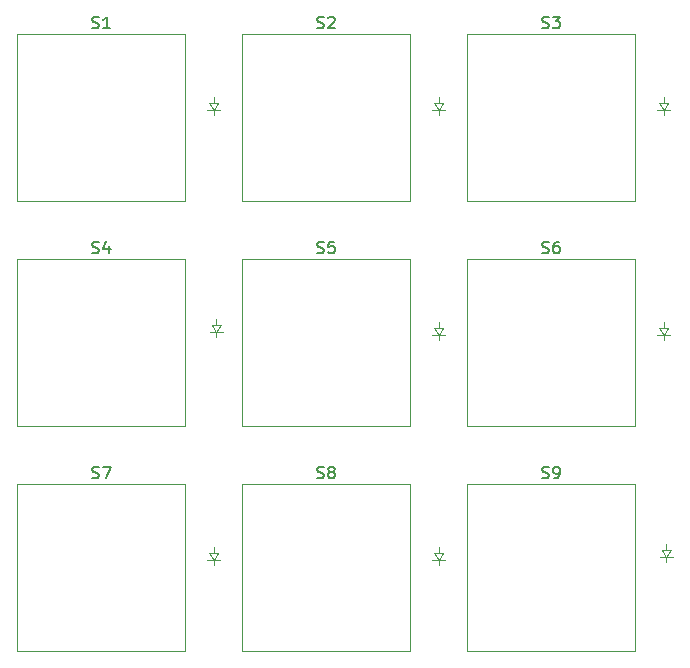
<source format=gbr>
%TF.GenerationSoftware,KiCad,Pcbnew,9.0.7*%
%TF.CreationDate,2026-02-17T22:10:37-08:00*%
%TF.ProjectId,3by3PCB,33627933-5043-4422-9e6b-696361645f70,rev?*%
%TF.SameCoordinates,Original*%
%TF.FileFunction,Legend,Top*%
%TF.FilePolarity,Positive*%
%FSLAX46Y46*%
G04 Gerber Fmt 4.6, Leading zero omitted, Abs format (unit mm)*
G04 Created by KiCad (PCBNEW 9.0.7) date 2026-02-17 22:10:37*
%MOMM*%
%LPD*%
G01*
G04 APERTURE LIST*
%ADD10C,0.150000*%
%ADD11C,0.120000*%
%ADD12C,0.100000*%
G04 APERTURE END LIST*
D10*
X127364345Y-75765950D02*
X127507202Y-75813569D01*
X127507202Y-75813569D02*
X127745297Y-75813569D01*
X127745297Y-75813569D02*
X127840535Y-75765950D01*
X127840535Y-75765950D02*
X127888154Y-75718330D01*
X127888154Y-75718330D02*
X127935773Y-75623092D01*
X127935773Y-75623092D02*
X127935773Y-75527854D01*
X127935773Y-75527854D02*
X127888154Y-75432616D01*
X127888154Y-75432616D02*
X127840535Y-75384997D01*
X127840535Y-75384997D02*
X127745297Y-75337378D01*
X127745297Y-75337378D02*
X127554821Y-75289759D01*
X127554821Y-75289759D02*
X127459583Y-75242140D01*
X127459583Y-75242140D02*
X127411964Y-75194521D01*
X127411964Y-75194521D02*
X127364345Y-75099283D01*
X127364345Y-75099283D02*
X127364345Y-75004045D01*
X127364345Y-75004045D02*
X127411964Y-74908807D01*
X127411964Y-74908807D02*
X127459583Y-74861188D01*
X127459583Y-74861188D02*
X127554821Y-74813569D01*
X127554821Y-74813569D02*
X127792916Y-74813569D01*
X127792916Y-74813569D02*
X127935773Y-74861188D01*
X128840535Y-74813569D02*
X128364345Y-74813569D01*
X128364345Y-74813569D02*
X128316726Y-75289759D01*
X128316726Y-75289759D02*
X128364345Y-75242140D01*
X128364345Y-75242140D02*
X128459583Y-75194521D01*
X128459583Y-75194521D02*
X128697678Y-75194521D01*
X128697678Y-75194521D02*
X128792916Y-75242140D01*
X128792916Y-75242140D02*
X128840535Y-75289759D01*
X128840535Y-75289759D02*
X128888154Y-75384997D01*
X128888154Y-75384997D02*
X128888154Y-75623092D01*
X128888154Y-75623092D02*
X128840535Y-75718330D01*
X128840535Y-75718330D02*
X128792916Y-75765950D01*
X128792916Y-75765950D02*
X128697678Y-75813569D01*
X128697678Y-75813569D02*
X128459583Y-75813569D01*
X128459583Y-75813569D02*
X128364345Y-75765950D01*
X128364345Y-75765950D02*
X128316726Y-75718330D01*
X108314345Y-94815950D02*
X108457202Y-94863569D01*
X108457202Y-94863569D02*
X108695297Y-94863569D01*
X108695297Y-94863569D02*
X108790535Y-94815950D01*
X108790535Y-94815950D02*
X108838154Y-94768330D01*
X108838154Y-94768330D02*
X108885773Y-94673092D01*
X108885773Y-94673092D02*
X108885773Y-94577854D01*
X108885773Y-94577854D02*
X108838154Y-94482616D01*
X108838154Y-94482616D02*
X108790535Y-94434997D01*
X108790535Y-94434997D02*
X108695297Y-94387378D01*
X108695297Y-94387378D02*
X108504821Y-94339759D01*
X108504821Y-94339759D02*
X108409583Y-94292140D01*
X108409583Y-94292140D02*
X108361964Y-94244521D01*
X108361964Y-94244521D02*
X108314345Y-94149283D01*
X108314345Y-94149283D02*
X108314345Y-94054045D01*
X108314345Y-94054045D02*
X108361964Y-93958807D01*
X108361964Y-93958807D02*
X108409583Y-93911188D01*
X108409583Y-93911188D02*
X108504821Y-93863569D01*
X108504821Y-93863569D02*
X108742916Y-93863569D01*
X108742916Y-93863569D02*
X108885773Y-93911188D01*
X109219107Y-93863569D02*
X109885773Y-93863569D01*
X109885773Y-93863569D02*
X109457202Y-94863569D01*
X146414345Y-75765950D02*
X146557202Y-75813569D01*
X146557202Y-75813569D02*
X146795297Y-75813569D01*
X146795297Y-75813569D02*
X146890535Y-75765950D01*
X146890535Y-75765950D02*
X146938154Y-75718330D01*
X146938154Y-75718330D02*
X146985773Y-75623092D01*
X146985773Y-75623092D02*
X146985773Y-75527854D01*
X146985773Y-75527854D02*
X146938154Y-75432616D01*
X146938154Y-75432616D02*
X146890535Y-75384997D01*
X146890535Y-75384997D02*
X146795297Y-75337378D01*
X146795297Y-75337378D02*
X146604821Y-75289759D01*
X146604821Y-75289759D02*
X146509583Y-75242140D01*
X146509583Y-75242140D02*
X146461964Y-75194521D01*
X146461964Y-75194521D02*
X146414345Y-75099283D01*
X146414345Y-75099283D02*
X146414345Y-75004045D01*
X146414345Y-75004045D02*
X146461964Y-74908807D01*
X146461964Y-74908807D02*
X146509583Y-74861188D01*
X146509583Y-74861188D02*
X146604821Y-74813569D01*
X146604821Y-74813569D02*
X146842916Y-74813569D01*
X146842916Y-74813569D02*
X146985773Y-74861188D01*
X147842916Y-74813569D02*
X147652440Y-74813569D01*
X147652440Y-74813569D02*
X147557202Y-74861188D01*
X147557202Y-74861188D02*
X147509583Y-74908807D01*
X147509583Y-74908807D02*
X147414345Y-75051664D01*
X147414345Y-75051664D02*
X147366726Y-75242140D01*
X147366726Y-75242140D02*
X147366726Y-75623092D01*
X147366726Y-75623092D02*
X147414345Y-75718330D01*
X147414345Y-75718330D02*
X147461964Y-75765950D01*
X147461964Y-75765950D02*
X147557202Y-75813569D01*
X147557202Y-75813569D02*
X147747678Y-75813569D01*
X147747678Y-75813569D02*
X147842916Y-75765950D01*
X147842916Y-75765950D02*
X147890535Y-75718330D01*
X147890535Y-75718330D02*
X147938154Y-75623092D01*
X147938154Y-75623092D02*
X147938154Y-75384997D01*
X147938154Y-75384997D02*
X147890535Y-75289759D01*
X147890535Y-75289759D02*
X147842916Y-75242140D01*
X147842916Y-75242140D02*
X147747678Y-75194521D01*
X147747678Y-75194521D02*
X147557202Y-75194521D01*
X147557202Y-75194521D02*
X147461964Y-75242140D01*
X147461964Y-75242140D02*
X147414345Y-75289759D01*
X147414345Y-75289759D02*
X147366726Y-75384997D01*
X146414345Y-56715950D02*
X146557202Y-56763569D01*
X146557202Y-56763569D02*
X146795297Y-56763569D01*
X146795297Y-56763569D02*
X146890535Y-56715950D01*
X146890535Y-56715950D02*
X146938154Y-56668330D01*
X146938154Y-56668330D02*
X146985773Y-56573092D01*
X146985773Y-56573092D02*
X146985773Y-56477854D01*
X146985773Y-56477854D02*
X146938154Y-56382616D01*
X146938154Y-56382616D02*
X146890535Y-56334997D01*
X146890535Y-56334997D02*
X146795297Y-56287378D01*
X146795297Y-56287378D02*
X146604821Y-56239759D01*
X146604821Y-56239759D02*
X146509583Y-56192140D01*
X146509583Y-56192140D02*
X146461964Y-56144521D01*
X146461964Y-56144521D02*
X146414345Y-56049283D01*
X146414345Y-56049283D02*
X146414345Y-55954045D01*
X146414345Y-55954045D02*
X146461964Y-55858807D01*
X146461964Y-55858807D02*
X146509583Y-55811188D01*
X146509583Y-55811188D02*
X146604821Y-55763569D01*
X146604821Y-55763569D02*
X146842916Y-55763569D01*
X146842916Y-55763569D02*
X146985773Y-55811188D01*
X147319107Y-55763569D02*
X147938154Y-55763569D01*
X147938154Y-55763569D02*
X147604821Y-56144521D01*
X147604821Y-56144521D02*
X147747678Y-56144521D01*
X147747678Y-56144521D02*
X147842916Y-56192140D01*
X147842916Y-56192140D02*
X147890535Y-56239759D01*
X147890535Y-56239759D02*
X147938154Y-56334997D01*
X147938154Y-56334997D02*
X147938154Y-56573092D01*
X147938154Y-56573092D02*
X147890535Y-56668330D01*
X147890535Y-56668330D02*
X147842916Y-56715950D01*
X147842916Y-56715950D02*
X147747678Y-56763569D01*
X147747678Y-56763569D02*
X147461964Y-56763569D01*
X147461964Y-56763569D02*
X147366726Y-56715950D01*
X147366726Y-56715950D02*
X147319107Y-56668330D01*
X146414345Y-94815950D02*
X146557202Y-94863569D01*
X146557202Y-94863569D02*
X146795297Y-94863569D01*
X146795297Y-94863569D02*
X146890535Y-94815950D01*
X146890535Y-94815950D02*
X146938154Y-94768330D01*
X146938154Y-94768330D02*
X146985773Y-94673092D01*
X146985773Y-94673092D02*
X146985773Y-94577854D01*
X146985773Y-94577854D02*
X146938154Y-94482616D01*
X146938154Y-94482616D02*
X146890535Y-94434997D01*
X146890535Y-94434997D02*
X146795297Y-94387378D01*
X146795297Y-94387378D02*
X146604821Y-94339759D01*
X146604821Y-94339759D02*
X146509583Y-94292140D01*
X146509583Y-94292140D02*
X146461964Y-94244521D01*
X146461964Y-94244521D02*
X146414345Y-94149283D01*
X146414345Y-94149283D02*
X146414345Y-94054045D01*
X146414345Y-94054045D02*
X146461964Y-93958807D01*
X146461964Y-93958807D02*
X146509583Y-93911188D01*
X146509583Y-93911188D02*
X146604821Y-93863569D01*
X146604821Y-93863569D02*
X146842916Y-93863569D01*
X146842916Y-93863569D02*
X146985773Y-93911188D01*
X147461964Y-94863569D02*
X147652440Y-94863569D01*
X147652440Y-94863569D02*
X147747678Y-94815950D01*
X147747678Y-94815950D02*
X147795297Y-94768330D01*
X147795297Y-94768330D02*
X147890535Y-94625473D01*
X147890535Y-94625473D02*
X147938154Y-94434997D01*
X147938154Y-94434997D02*
X147938154Y-94054045D01*
X147938154Y-94054045D02*
X147890535Y-93958807D01*
X147890535Y-93958807D02*
X147842916Y-93911188D01*
X147842916Y-93911188D02*
X147747678Y-93863569D01*
X147747678Y-93863569D02*
X147557202Y-93863569D01*
X147557202Y-93863569D02*
X147461964Y-93911188D01*
X147461964Y-93911188D02*
X147414345Y-93958807D01*
X147414345Y-93958807D02*
X147366726Y-94054045D01*
X147366726Y-94054045D02*
X147366726Y-94292140D01*
X147366726Y-94292140D02*
X147414345Y-94387378D01*
X147414345Y-94387378D02*
X147461964Y-94434997D01*
X147461964Y-94434997D02*
X147557202Y-94482616D01*
X147557202Y-94482616D02*
X147747678Y-94482616D01*
X147747678Y-94482616D02*
X147842916Y-94434997D01*
X147842916Y-94434997D02*
X147890535Y-94387378D01*
X147890535Y-94387378D02*
X147938154Y-94292140D01*
X127364345Y-56715950D02*
X127507202Y-56763569D01*
X127507202Y-56763569D02*
X127745297Y-56763569D01*
X127745297Y-56763569D02*
X127840535Y-56715950D01*
X127840535Y-56715950D02*
X127888154Y-56668330D01*
X127888154Y-56668330D02*
X127935773Y-56573092D01*
X127935773Y-56573092D02*
X127935773Y-56477854D01*
X127935773Y-56477854D02*
X127888154Y-56382616D01*
X127888154Y-56382616D02*
X127840535Y-56334997D01*
X127840535Y-56334997D02*
X127745297Y-56287378D01*
X127745297Y-56287378D02*
X127554821Y-56239759D01*
X127554821Y-56239759D02*
X127459583Y-56192140D01*
X127459583Y-56192140D02*
X127411964Y-56144521D01*
X127411964Y-56144521D02*
X127364345Y-56049283D01*
X127364345Y-56049283D02*
X127364345Y-55954045D01*
X127364345Y-55954045D02*
X127411964Y-55858807D01*
X127411964Y-55858807D02*
X127459583Y-55811188D01*
X127459583Y-55811188D02*
X127554821Y-55763569D01*
X127554821Y-55763569D02*
X127792916Y-55763569D01*
X127792916Y-55763569D02*
X127935773Y-55811188D01*
X128316726Y-55858807D02*
X128364345Y-55811188D01*
X128364345Y-55811188D02*
X128459583Y-55763569D01*
X128459583Y-55763569D02*
X128697678Y-55763569D01*
X128697678Y-55763569D02*
X128792916Y-55811188D01*
X128792916Y-55811188D02*
X128840535Y-55858807D01*
X128840535Y-55858807D02*
X128888154Y-55954045D01*
X128888154Y-55954045D02*
X128888154Y-56049283D01*
X128888154Y-56049283D02*
X128840535Y-56192140D01*
X128840535Y-56192140D02*
X128269107Y-56763569D01*
X128269107Y-56763569D02*
X128888154Y-56763569D01*
X108314345Y-56715950D02*
X108457202Y-56763569D01*
X108457202Y-56763569D02*
X108695297Y-56763569D01*
X108695297Y-56763569D02*
X108790535Y-56715950D01*
X108790535Y-56715950D02*
X108838154Y-56668330D01*
X108838154Y-56668330D02*
X108885773Y-56573092D01*
X108885773Y-56573092D02*
X108885773Y-56477854D01*
X108885773Y-56477854D02*
X108838154Y-56382616D01*
X108838154Y-56382616D02*
X108790535Y-56334997D01*
X108790535Y-56334997D02*
X108695297Y-56287378D01*
X108695297Y-56287378D02*
X108504821Y-56239759D01*
X108504821Y-56239759D02*
X108409583Y-56192140D01*
X108409583Y-56192140D02*
X108361964Y-56144521D01*
X108361964Y-56144521D02*
X108314345Y-56049283D01*
X108314345Y-56049283D02*
X108314345Y-55954045D01*
X108314345Y-55954045D02*
X108361964Y-55858807D01*
X108361964Y-55858807D02*
X108409583Y-55811188D01*
X108409583Y-55811188D02*
X108504821Y-55763569D01*
X108504821Y-55763569D02*
X108742916Y-55763569D01*
X108742916Y-55763569D02*
X108885773Y-55811188D01*
X109838154Y-56763569D02*
X109266726Y-56763569D01*
X109552440Y-56763569D02*
X109552440Y-55763569D01*
X109552440Y-55763569D02*
X109457202Y-55906426D01*
X109457202Y-55906426D02*
X109361964Y-56001664D01*
X109361964Y-56001664D02*
X109266726Y-56049283D01*
X108314345Y-75765950D02*
X108457202Y-75813569D01*
X108457202Y-75813569D02*
X108695297Y-75813569D01*
X108695297Y-75813569D02*
X108790535Y-75765950D01*
X108790535Y-75765950D02*
X108838154Y-75718330D01*
X108838154Y-75718330D02*
X108885773Y-75623092D01*
X108885773Y-75623092D02*
X108885773Y-75527854D01*
X108885773Y-75527854D02*
X108838154Y-75432616D01*
X108838154Y-75432616D02*
X108790535Y-75384997D01*
X108790535Y-75384997D02*
X108695297Y-75337378D01*
X108695297Y-75337378D02*
X108504821Y-75289759D01*
X108504821Y-75289759D02*
X108409583Y-75242140D01*
X108409583Y-75242140D02*
X108361964Y-75194521D01*
X108361964Y-75194521D02*
X108314345Y-75099283D01*
X108314345Y-75099283D02*
X108314345Y-75004045D01*
X108314345Y-75004045D02*
X108361964Y-74908807D01*
X108361964Y-74908807D02*
X108409583Y-74861188D01*
X108409583Y-74861188D02*
X108504821Y-74813569D01*
X108504821Y-74813569D02*
X108742916Y-74813569D01*
X108742916Y-74813569D02*
X108885773Y-74861188D01*
X109742916Y-75146902D02*
X109742916Y-75813569D01*
X109504821Y-74765950D02*
X109266726Y-75480235D01*
X109266726Y-75480235D02*
X109885773Y-75480235D01*
X127364345Y-94815950D02*
X127507202Y-94863569D01*
X127507202Y-94863569D02*
X127745297Y-94863569D01*
X127745297Y-94863569D02*
X127840535Y-94815950D01*
X127840535Y-94815950D02*
X127888154Y-94768330D01*
X127888154Y-94768330D02*
X127935773Y-94673092D01*
X127935773Y-94673092D02*
X127935773Y-94577854D01*
X127935773Y-94577854D02*
X127888154Y-94482616D01*
X127888154Y-94482616D02*
X127840535Y-94434997D01*
X127840535Y-94434997D02*
X127745297Y-94387378D01*
X127745297Y-94387378D02*
X127554821Y-94339759D01*
X127554821Y-94339759D02*
X127459583Y-94292140D01*
X127459583Y-94292140D02*
X127411964Y-94244521D01*
X127411964Y-94244521D02*
X127364345Y-94149283D01*
X127364345Y-94149283D02*
X127364345Y-94054045D01*
X127364345Y-94054045D02*
X127411964Y-93958807D01*
X127411964Y-93958807D02*
X127459583Y-93911188D01*
X127459583Y-93911188D02*
X127554821Y-93863569D01*
X127554821Y-93863569D02*
X127792916Y-93863569D01*
X127792916Y-93863569D02*
X127935773Y-93911188D01*
X128507202Y-94292140D02*
X128411964Y-94244521D01*
X128411964Y-94244521D02*
X128364345Y-94196902D01*
X128364345Y-94196902D02*
X128316726Y-94101664D01*
X128316726Y-94101664D02*
X128316726Y-94054045D01*
X128316726Y-94054045D02*
X128364345Y-93958807D01*
X128364345Y-93958807D02*
X128411964Y-93911188D01*
X128411964Y-93911188D02*
X128507202Y-93863569D01*
X128507202Y-93863569D02*
X128697678Y-93863569D01*
X128697678Y-93863569D02*
X128792916Y-93911188D01*
X128792916Y-93911188D02*
X128840535Y-93958807D01*
X128840535Y-93958807D02*
X128888154Y-94054045D01*
X128888154Y-94054045D02*
X128888154Y-94101664D01*
X128888154Y-94101664D02*
X128840535Y-94196902D01*
X128840535Y-94196902D02*
X128792916Y-94244521D01*
X128792916Y-94244521D02*
X128697678Y-94292140D01*
X128697678Y-94292140D02*
X128507202Y-94292140D01*
X128507202Y-94292140D02*
X128411964Y-94339759D01*
X128411964Y-94339759D02*
X128364345Y-94387378D01*
X128364345Y-94387378D02*
X128316726Y-94482616D01*
X128316726Y-94482616D02*
X128316726Y-94673092D01*
X128316726Y-94673092D02*
X128364345Y-94768330D01*
X128364345Y-94768330D02*
X128411964Y-94815950D01*
X128411964Y-94815950D02*
X128507202Y-94863569D01*
X128507202Y-94863569D02*
X128697678Y-94863569D01*
X128697678Y-94863569D02*
X128792916Y-94815950D01*
X128792916Y-94815950D02*
X128840535Y-94768330D01*
X128840535Y-94768330D02*
X128888154Y-94673092D01*
X128888154Y-94673092D02*
X128888154Y-94482616D01*
X128888154Y-94482616D02*
X128840535Y-94387378D01*
X128840535Y-94387378D02*
X128792916Y-94339759D01*
X128792916Y-94339759D02*
X128697678Y-94292140D01*
D11*
%TO.C,S5*%
X121026250Y-76258750D02*
X121026250Y-90458750D01*
X121026250Y-90458750D02*
X135226250Y-90458750D01*
X135226250Y-76258750D02*
X121026250Y-76258750D01*
X135226250Y-90458750D02*
X135226250Y-76258750D01*
D12*
%TO.C,D6*%
X156151250Y-82756250D02*
X157251250Y-82756250D01*
X156301250Y-82156250D02*
X157101250Y-82156250D01*
X156701250Y-82156250D02*
X156701250Y-81656250D01*
X156701250Y-82756250D02*
X156301250Y-82156250D01*
X156701250Y-83156250D02*
X156701250Y-82756250D01*
X157101250Y-82156250D02*
X156701250Y-82756250D01*
D11*
%TO.C,S7*%
X101976250Y-95308750D02*
X101976250Y-109508750D01*
X101976250Y-109508750D02*
X116176250Y-109508750D01*
X116176250Y-95308750D02*
X101976250Y-95308750D01*
X116176250Y-109508750D02*
X116176250Y-95308750D01*
%TO.C,S6*%
X140076250Y-76258750D02*
X140076250Y-90458750D01*
X140076250Y-90458750D02*
X154276250Y-90458750D01*
X154276250Y-76258750D02*
X140076250Y-76258750D01*
X154276250Y-90458750D02*
X154276250Y-76258750D01*
%TO.C,S3*%
X140076250Y-57208750D02*
X140076250Y-71408750D01*
X140076250Y-71408750D02*
X154276250Y-71408750D01*
X154276250Y-57208750D02*
X140076250Y-57208750D01*
X154276250Y-71408750D02*
X154276250Y-57208750D01*
%TO.C,S9*%
X140076250Y-95308750D02*
X140076250Y-109508750D01*
X140076250Y-109508750D02*
X154276250Y-109508750D01*
X154276250Y-95308750D02*
X140076250Y-95308750D01*
X154276250Y-109508750D02*
X154276250Y-95308750D01*
D12*
%TO.C,D2*%
X137101250Y-63706250D02*
X138201250Y-63706250D01*
X137251250Y-63106250D02*
X138051250Y-63106250D01*
X137651250Y-63106250D02*
X137651250Y-62606250D01*
X137651250Y-63706250D02*
X137251250Y-63106250D01*
X137651250Y-64106250D02*
X137651250Y-63706250D01*
X138051250Y-63106250D02*
X137651250Y-63706250D01*
D11*
%TO.C,S2*%
X121026250Y-57208750D02*
X121026250Y-71408750D01*
X121026250Y-71408750D02*
X135226250Y-71408750D01*
X135226250Y-57208750D02*
X121026250Y-57208750D01*
X135226250Y-71408750D02*
X135226250Y-57208750D01*
D12*
%TO.C,D7*%
X118051250Y-101806250D02*
X119151250Y-101806250D01*
X118201250Y-101206250D02*
X119001250Y-101206250D01*
X118601250Y-101206250D02*
X118601250Y-100706250D01*
X118601250Y-101806250D02*
X118201250Y-101206250D01*
X118601250Y-102206250D02*
X118601250Y-101806250D01*
X119001250Y-101206250D02*
X118601250Y-101806250D01*
D11*
%TO.C,S1*%
X101976250Y-57208750D02*
X101976250Y-71408750D01*
X101976250Y-71408750D02*
X116176250Y-71408750D01*
X116176250Y-57208750D02*
X101976250Y-57208750D01*
X116176250Y-71408750D02*
X116176250Y-57208750D01*
%TO.C,S4*%
X101976250Y-76258750D02*
X101976250Y-90458750D01*
X101976250Y-90458750D02*
X116176250Y-90458750D01*
X116176250Y-76258750D02*
X101976250Y-76258750D01*
X116176250Y-90458750D02*
X116176250Y-76258750D01*
D12*
%TO.C,D1*%
X118051250Y-63706250D02*
X119151250Y-63706250D01*
X118201250Y-63106250D02*
X119001250Y-63106250D01*
X118601250Y-63106250D02*
X118601250Y-62606250D01*
X118601250Y-63706250D02*
X118201250Y-63106250D01*
X118601250Y-64106250D02*
X118601250Y-63706250D01*
X119001250Y-63106250D02*
X118601250Y-63706250D01*
%TO.C,D3*%
X156151250Y-63706250D02*
X157251250Y-63706250D01*
X156301250Y-63106250D02*
X157101250Y-63106250D01*
X156701250Y-63106250D02*
X156701250Y-62606250D01*
X156701250Y-63706250D02*
X156301250Y-63106250D01*
X156701250Y-64106250D02*
X156701250Y-63706250D01*
X157101250Y-63106250D02*
X156701250Y-63706250D01*
%TO.C,D5*%
X137101250Y-82756250D02*
X138201250Y-82756250D01*
X137251250Y-82156250D02*
X138051250Y-82156250D01*
X137651250Y-82156250D02*
X137651250Y-81656250D01*
X137651250Y-82756250D02*
X137251250Y-82156250D01*
X137651250Y-83156250D02*
X137651250Y-82756250D01*
X138051250Y-82156250D02*
X137651250Y-82756250D01*
%TO.C,D9*%
X156401250Y-101556250D02*
X157501250Y-101556250D01*
X156551250Y-100956250D02*
X157351250Y-100956250D01*
X156951250Y-100956250D02*
X156951250Y-100456250D01*
X156951250Y-101556250D02*
X156551250Y-100956250D01*
X156951250Y-101956250D02*
X156951250Y-101556250D01*
X157351250Y-100956250D02*
X156951250Y-101556250D01*
D11*
%TO.C,S8*%
X121026250Y-95308750D02*
X121026250Y-109508750D01*
X121026250Y-109508750D02*
X135226250Y-109508750D01*
X135226250Y-95308750D02*
X121026250Y-95308750D01*
X135226250Y-109508750D02*
X135226250Y-95308750D01*
D12*
%TO.C,D4*%
X118301250Y-82506250D02*
X119401250Y-82506250D01*
X118451250Y-81906250D02*
X119251250Y-81906250D01*
X118851250Y-81906250D02*
X118851250Y-81406250D01*
X118851250Y-82506250D02*
X118451250Y-81906250D01*
X118851250Y-82906250D02*
X118851250Y-82506250D01*
X119251250Y-81906250D02*
X118851250Y-82506250D01*
%TO.C,D8*%
X137101250Y-101806250D02*
X138201250Y-101806250D01*
X137251250Y-101206250D02*
X138051250Y-101206250D01*
X137651250Y-101206250D02*
X137651250Y-100706250D01*
X137651250Y-101806250D02*
X137251250Y-101206250D01*
X137651250Y-102206250D02*
X137651250Y-101806250D01*
X138051250Y-101206250D02*
X137651250Y-101806250D01*
%TD*%
M02*

</source>
